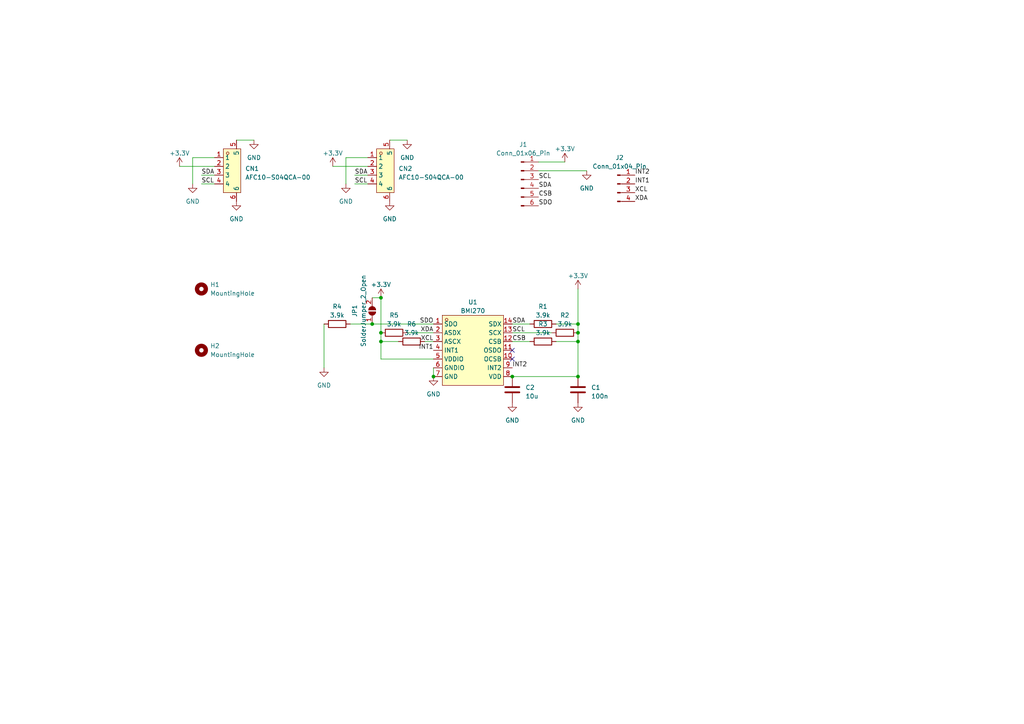
<source format=kicad_sch>
(kicad_sch
	(version 20231120)
	(generator "eeschema")
	(generator_version "8.0")
	(uuid "7186dfe6-e029-45f4-a47a-ef8dd9cf2e87")
	(paper "A4")
	(lib_symbols
		(symbol "BMI270-Breakout:AFC10-S04QCA-00"
			(exclude_from_sim no)
			(in_bom yes)
			(on_board yes)
			(property "Reference" "X"
				(at 0 13.97 0)
				(effects
					(font
						(size 1.27 1.27)
					)
				)
			)
			(property "Value" "AFC10-S04QCA-00"
				(at 0 -13.97 0)
				(effects
					(font
						(size 1.27 1.27)
					)
				)
			)
			(property "Footprint" "BMI270-Breakout:CONN-SMD_AFC10-S04QCA-00"
				(at 0 -16.51 0)
				(effects
					(font
						(size 1.27 1.27)
					)
					(hide yes)
				)
			)
			(property "Datasheet" ""
				(at 0 0 0)
				(effects
					(font
						(size 1.27 1.27)
					)
					(hide yes)
				)
			)
			(property "Description" ""
				(at 0 0 0)
				(effects
					(font
						(size 1.27 1.27)
					)
					(hide yes)
				)
			)
			(property "LCSC Part" "C2764183"
				(at 0 -19.05 0)
				(effects
					(font
						(size 1.27 1.27)
					)
					(hide yes)
				)
			)
			(symbol "AFC10-S04QCA-00_0_1"
				(rectangle
					(start -2.54 6.35)
					(end 2.54 -6.35)
					(stroke
						(width 0)
						(type default)
					)
					(fill
						(type background)
					)
				)
				(circle
					(center -1.27 5.08)
					(radius 0.38)
					(stroke
						(width 0)
						(type default)
					)
					(fill
						(type none)
					)
				)
				(pin unspecified line
					(at -5.08 3.81 0)
					(length 2.54)
					(name "1"
						(effects
							(font
								(size 1.27 1.27)
							)
						)
					)
					(number "1"
						(effects
							(font
								(size 1.27 1.27)
							)
						)
					)
				)
				(pin unspecified line
					(at -5.08 1.27 0)
					(length 2.54)
					(name "2"
						(effects
							(font
								(size 1.27 1.27)
							)
						)
					)
					(number "2"
						(effects
							(font
								(size 1.27 1.27)
							)
						)
					)
				)
				(pin unspecified line
					(at -5.08 -1.27 0)
					(length 2.54)
					(name "3"
						(effects
							(font
								(size 1.27 1.27)
							)
						)
					)
					(number "3"
						(effects
							(font
								(size 1.27 1.27)
							)
						)
					)
				)
				(pin unspecified line
					(at -5.08 -3.81 0)
					(length 2.54)
					(name "4"
						(effects
							(font
								(size 1.27 1.27)
							)
						)
					)
					(number "4"
						(effects
							(font
								(size 1.27 1.27)
							)
						)
					)
				)
				(pin unspecified line
					(at 1.27 8.89 270)
					(length 2.54)
					(name "5"
						(effects
							(font
								(size 1.27 1.27)
							)
						)
					)
					(number "5"
						(effects
							(font
								(size 1.27 1.27)
							)
						)
					)
				)
				(pin unspecified line
					(at 1.27 -8.89 90)
					(length 2.54)
					(name "6"
						(effects
							(font
								(size 1.27 1.27)
							)
						)
					)
					(number "6"
						(effects
							(font
								(size 1.27 1.27)
							)
						)
					)
				)
			)
		)
		(symbol "BMI270-Breakout:BMI270"
			(exclude_from_sim no)
			(in_bom yes)
			(on_board yes)
			(property "Reference" "U"
				(at 0 12.7 0)
				(effects
					(font
						(size 1.27 1.27)
					)
				)
			)
			(property "Value" "BMI270"
				(at 0 -12.7 0)
				(effects
					(font
						(size 1.27 1.27)
					)
				)
			)
			(property "Footprint" "BMI270-Breakout:LGA-14_L3.0-W2.5-P0.50-BR"
				(at 0 -15.24 0)
				(effects
					(font
						(size 1.27 1.27)
					)
					(hide yes)
				)
			)
			(property "Datasheet" ""
				(at 0 0 0)
				(effects
					(font
						(size 1.27 1.27)
					)
					(hide yes)
				)
			)
			(property "Description" ""
				(at 0 0 0)
				(effects
					(font
						(size 1.27 1.27)
					)
					(hide yes)
				)
			)
			(property "LCSC Part" "C2836813"
				(at 0 -17.78 0)
				(effects
					(font
						(size 1.27 1.27)
					)
					(hide yes)
				)
			)
			(symbol "BMI270_0_1"
				(rectangle
					(start -8.89 10.16)
					(end 8.89 -10.16)
					(stroke
						(width 0)
						(type default)
					)
					(fill
						(type background)
					)
				)
				(circle
					(center -7.62 8.89)
					(radius 0.38)
					(stroke
						(width 0)
						(type default)
					)
					(fill
						(type none)
					)
				)
				(pin unspecified line
					(at -11.43 7.62 0)
					(length 2.54)
					(name "SDO"
						(effects
							(font
								(size 1.27 1.27)
							)
						)
					)
					(number "1"
						(effects
							(font
								(size 1.27 1.27)
							)
						)
					)
				)
				(pin unspecified line
					(at 11.43 -2.54 180)
					(length 2.54)
					(name "OCSB"
						(effects
							(font
								(size 1.27 1.27)
							)
						)
					)
					(number "10"
						(effects
							(font
								(size 1.27 1.27)
							)
						)
					)
				)
				(pin unspecified line
					(at 11.43 0 180)
					(length 2.54)
					(name "OSDO"
						(effects
							(font
								(size 1.27 1.27)
							)
						)
					)
					(number "11"
						(effects
							(font
								(size 1.27 1.27)
							)
						)
					)
				)
				(pin unspecified line
					(at 11.43 2.54 180)
					(length 2.54)
					(name "CSB"
						(effects
							(font
								(size 1.27 1.27)
							)
						)
					)
					(number "12"
						(effects
							(font
								(size 1.27 1.27)
							)
						)
					)
				)
				(pin unspecified line
					(at 11.43 5.08 180)
					(length 2.54)
					(name "SCX"
						(effects
							(font
								(size 1.27 1.27)
							)
						)
					)
					(number "13"
						(effects
							(font
								(size 1.27 1.27)
							)
						)
					)
				)
				(pin unspecified line
					(at 11.43 7.62 180)
					(length 2.54)
					(name "SDX"
						(effects
							(font
								(size 1.27 1.27)
							)
						)
					)
					(number "14"
						(effects
							(font
								(size 1.27 1.27)
							)
						)
					)
				)
				(pin unspecified line
					(at -11.43 5.08 0)
					(length 2.54)
					(name "ASDX"
						(effects
							(font
								(size 1.27 1.27)
							)
						)
					)
					(number "2"
						(effects
							(font
								(size 1.27 1.27)
							)
						)
					)
				)
				(pin unspecified line
					(at -11.43 2.54 0)
					(length 2.54)
					(name "ASCX"
						(effects
							(font
								(size 1.27 1.27)
							)
						)
					)
					(number "3"
						(effects
							(font
								(size 1.27 1.27)
							)
						)
					)
				)
				(pin unspecified line
					(at -11.43 0 0)
					(length 2.54)
					(name "INT1"
						(effects
							(font
								(size 1.27 1.27)
							)
						)
					)
					(number "4"
						(effects
							(font
								(size 1.27 1.27)
							)
						)
					)
				)
				(pin unspecified line
					(at -11.43 -2.54 0)
					(length 2.54)
					(name "VDDIO"
						(effects
							(font
								(size 1.27 1.27)
							)
						)
					)
					(number "5"
						(effects
							(font
								(size 1.27 1.27)
							)
						)
					)
				)
				(pin unspecified line
					(at -11.43 -5.08 0)
					(length 2.54)
					(name "GNDIO"
						(effects
							(font
								(size 1.27 1.27)
							)
						)
					)
					(number "6"
						(effects
							(font
								(size 1.27 1.27)
							)
						)
					)
				)
				(pin unspecified line
					(at -11.43 -7.62 0)
					(length 2.54)
					(name "GND"
						(effects
							(font
								(size 1.27 1.27)
							)
						)
					)
					(number "7"
						(effects
							(font
								(size 1.27 1.27)
							)
						)
					)
				)
				(pin unspecified line
					(at 11.43 -7.62 180)
					(length 2.54)
					(name "VDD"
						(effects
							(font
								(size 1.27 1.27)
							)
						)
					)
					(number "8"
						(effects
							(font
								(size 1.27 1.27)
							)
						)
					)
				)
				(pin unspecified line
					(at 11.43 -5.08 180)
					(length 2.54)
					(name "INT2"
						(effects
							(font
								(size 1.27 1.27)
							)
						)
					)
					(number "9"
						(effects
							(font
								(size 1.27 1.27)
							)
						)
					)
				)
			)
		)
		(symbol "Connector:Conn_01x04_Pin"
			(pin_names
				(offset 1.016) hide)
			(exclude_from_sim no)
			(in_bom yes)
			(on_board yes)
			(property "Reference" "J"
				(at 0 5.08 0)
				(effects
					(font
						(size 1.27 1.27)
					)
				)
			)
			(property "Value" "Conn_01x04_Pin"
				(at 0 -7.62 0)
				(effects
					(font
						(size 1.27 1.27)
					)
				)
			)
			(property "Footprint" ""
				(at 0 0 0)
				(effects
					(font
						(size 1.27 1.27)
					)
					(hide yes)
				)
			)
			(property "Datasheet" "~"
				(at 0 0 0)
				(effects
					(font
						(size 1.27 1.27)
					)
					(hide yes)
				)
			)
			(property "Description" "Generic connector, single row, 01x04, script generated"
				(at 0 0 0)
				(effects
					(font
						(size 1.27 1.27)
					)
					(hide yes)
				)
			)
			(property "ki_locked" ""
				(at 0 0 0)
				(effects
					(font
						(size 1.27 1.27)
					)
				)
			)
			(property "ki_keywords" "connector"
				(at 0 0 0)
				(effects
					(font
						(size 1.27 1.27)
					)
					(hide yes)
				)
			)
			(property "ki_fp_filters" "Connector*:*_1x??_*"
				(at 0 0 0)
				(effects
					(font
						(size 1.27 1.27)
					)
					(hide yes)
				)
			)
			(symbol "Conn_01x04_Pin_1_1"
				(polyline
					(pts
						(xy 1.27 -5.08) (xy 0.8636 -5.08)
					)
					(stroke
						(width 0.1524)
						(type default)
					)
					(fill
						(type none)
					)
				)
				(polyline
					(pts
						(xy 1.27 -2.54) (xy 0.8636 -2.54)
					)
					(stroke
						(width 0.1524)
						(type default)
					)
					(fill
						(type none)
					)
				)
				(polyline
					(pts
						(xy 1.27 0) (xy 0.8636 0)
					)
					(stroke
						(width 0.1524)
						(type default)
					)
					(fill
						(type none)
					)
				)
				(polyline
					(pts
						(xy 1.27 2.54) (xy 0.8636 2.54)
					)
					(stroke
						(width 0.1524)
						(type default)
					)
					(fill
						(type none)
					)
				)
				(rectangle
					(start 0.8636 -4.953)
					(end 0 -5.207)
					(stroke
						(width 0.1524)
						(type default)
					)
					(fill
						(type outline)
					)
				)
				(rectangle
					(start 0.8636 -2.413)
					(end 0 -2.667)
					(stroke
						(width 0.1524)
						(type default)
					)
					(fill
						(type outline)
					)
				)
				(rectangle
					(start 0.8636 0.127)
					(end 0 -0.127)
					(stroke
						(width 0.1524)
						(type default)
					)
					(fill
						(type outline)
					)
				)
				(rectangle
					(start 0.8636 2.667)
					(end 0 2.413)
					(stroke
						(width 0.1524)
						(type default)
					)
					(fill
						(type outline)
					)
				)
				(pin passive line
					(at 5.08 2.54 180)
					(length 3.81)
					(name "Pin_1"
						(effects
							(font
								(size 1.27 1.27)
							)
						)
					)
					(number "1"
						(effects
							(font
								(size 1.27 1.27)
							)
						)
					)
				)
				(pin passive line
					(at 5.08 0 180)
					(length 3.81)
					(name "Pin_2"
						(effects
							(font
								(size 1.27 1.27)
							)
						)
					)
					(number "2"
						(effects
							(font
								(size 1.27 1.27)
							)
						)
					)
				)
				(pin passive line
					(at 5.08 -2.54 180)
					(length 3.81)
					(name "Pin_3"
						(effects
							(font
								(size 1.27 1.27)
							)
						)
					)
					(number "3"
						(effects
							(font
								(size 1.27 1.27)
							)
						)
					)
				)
				(pin passive line
					(at 5.08 -5.08 180)
					(length 3.81)
					(name "Pin_4"
						(effects
							(font
								(size 1.27 1.27)
							)
						)
					)
					(number "4"
						(effects
							(font
								(size 1.27 1.27)
							)
						)
					)
				)
			)
		)
		(symbol "Connector:Conn_01x06_Pin"
			(pin_names
				(offset 1.016) hide)
			(exclude_from_sim no)
			(in_bom yes)
			(on_board yes)
			(property "Reference" "J"
				(at 0 7.62 0)
				(effects
					(font
						(size 1.27 1.27)
					)
				)
			)
			(property "Value" "Conn_01x06_Pin"
				(at 0 -10.16 0)
				(effects
					(font
						(size 1.27 1.27)
					)
				)
			)
			(property "Footprint" ""
				(at 0 0 0)
				(effects
					(font
						(size 1.27 1.27)
					)
					(hide yes)
				)
			)
			(property "Datasheet" "~"
				(at 0 0 0)
				(effects
					(font
						(size 1.27 1.27)
					)
					(hide yes)
				)
			)
			(property "Description" "Generic connector, single row, 01x06, script generated"
				(at 0 0 0)
				(effects
					(font
						(size 1.27 1.27)
					)
					(hide yes)
				)
			)
			(property "ki_locked" ""
				(at 0 0 0)
				(effects
					(font
						(size 1.27 1.27)
					)
				)
			)
			(property "ki_keywords" "connector"
				(at 0 0 0)
				(effects
					(font
						(size 1.27 1.27)
					)
					(hide yes)
				)
			)
			(property "ki_fp_filters" "Connector*:*_1x??_*"
				(at 0 0 0)
				(effects
					(font
						(size 1.27 1.27)
					)
					(hide yes)
				)
			)
			(symbol "Conn_01x06_Pin_1_1"
				(polyline
					(pts
						(xy 1.27 -7.62) (xy 0.8636 -7.62)
					)
					(stroke
						(width 0.1524)
						(type default)
					)
					(fill
						(type none)
					)
				)
				(polyline
					(pts
						(xy 1.27 -5.08) (xy 0.8636 -5.08)
					)
					(stroke
						(width 0.1524)
						(type default)
					)
					(fill
						(type none)
					)
				)
				(polyline
					(pts
						(xy 1.27 -2.54) (xy 0.8636 -2.54)
					)
					(stroke
						(width 0.1524)
						(type default)
					)
					(fill
						(type none)
					)
				)
				(polyline
					(pts
						(xy 1.27 0) (xy 0.8636 0)
					)
					(stroke
						(width 0.1524)
						(type default)
					)
					(fill
						(type none)
					)
				)
				(polyline
					(pts
						(xy 1.27 2.54) (xy 0.8636 2.54)
					)
					(stroke
						(width 0.1524)
						(type default)
					)
					(fill
						(type none)
					)
				)
				(polyline
					(pts
						(xy 1.27 5.08) (xy 0.8636 5.08)
					)
					(stroke
						(width 0.1524)
						(type default)
					)
					(fill
						(type none)
					)
				)
				(rectangle
					(start 0.8636 -7.493)
					(end 0 -7.747)
					(stroke
						(width 0.1524)
						(type default)
					)
					(fill
						(type outline)
					)
				)
				(rectangle
					(start 0.8636 -4.953)
					(end 0 -5.207)
					(stroke
						(width 0.1524)
						(type default)
					)
					(fill
						(type outline)
					)
				)
				(rectangle
					(start 0.8636 -2.413)
					(end 0 -2.667)
					(stroke
						(width 0.1524)
						(type default)
					)
					(fill
						(type outline)
					)
				)
				(rectangle
					(start 0.8636 0.127)
					(end 0 -0.127)
					(stroke
						(width 0.1524)
						(type default)
					)
					(fill
						(type outline)
					)
				)
				(rectangle
					(start 0.8636 2.667)
					(end 0 2.413)
					(stroke
						(width 0.1524)
						(type default)
					)
					(fill
						(type outline)
					)
				)
				(rectangle
					(start 0.8636 5.207)
					(end 0 4.953)
					(stroke
						(width 0.1524)
						(type default)
					)
					(fill
						(type outline)
					)
				)
				(pin passive line
					(at 5.08 5.08 180)
					(length 3.81)
					(name "Pin_1"
						(effects
							(font
								(size 1.27 1.27)
							)
						)
					)
					(number "1"
						(effects
							(font
								(size 1.27 1.27)
							)
						)
					)
				)
				(pin passive line
					(at 5.08 2.54 180)
					(length 3.81)
					(name "Pin_2"
						(effects
							(font
								(size 1.27 1.27)
							)
						)
					)
					(number "2"
						(effects
							(font
								(size 1.27 1.27)
							)
						)
					)
				)
				(pin passive line
					(at 5.08 0 180)
					(length 3.81)
					(name "Pin_3"
						(effects
							(font
								(size 1.27 1.27)
							)
						)
					)
					(number "3"
						(effects
							(font
								(size 1.27 1.27)
							)
						)
					)
				)
				(pin passive line
					(at 5.08 -2.54 180)
					(length 3.81)
					(name "Pin_4"
						(effects
							(font
								(size 1.27 1.27)
							)
						)
					)
					(number "4"
						(effects
							(font
								(size 1.27 1.27)
							)
						)
					)
				)
				(pin passive line
					(at 5.08 -5.08 180)
					(length 3.81)
					(name "Pin_5"
						(effects
							(font
								(size 1.27 1.27)
							)
						)
					)
					(number "5"
						(effects
							(font
								(size 1.27 1.27)
							)
						)
					)
				)
				(pin passive line
					(at 5.08 -7.62 180)
					(length 3.81)
					(name "Pin_6"
						(effects
							(font
								(size 1.27 1.27)
							)
						)
					)
					(number "6"
						(effects
							(font
								(size 1.27 1.27)
							)
						)
					)
				)
			)
		)
		(symbol "Device:C"
			(pin_numbers hide)
			(pin_names
				(offset 0.254)
			)
			(exclude_from_sim no)
			(in_bom yes)
			(on_board yes)
			(property "Reference" "C"
				(at 0.635 2.54 0)
				(effects
					(font
						(size 1.27 1.27)
					)
					(justify left)
				)
			)
			(property "Value" "C"
				(at 0.635 -2.54 0)
				(effects
					(font
						(size 1.27 1.27)
					)
					(justify left)
				)
			)
			(property "Footprint" ""
				(at 0.9652 -3.81 0)
				(effects
					(font
						(size 1.27 1.27)
					)
					(hide yes)
				)
			)
			(property "Datasheet" "~"
				(at 0 0 0)
				(effects
					(font
						(size 1.27 1.27)
					)
					(hide yes)
				)
			)
			(property "Description" "Unpolarized capacitor"
				(at 0 0 0)
				(effects
					(font
						(size 1.27 1.27)
					)
					(hide yes)
				)
			)
			(property "ki_keywords" "cap capacitor"
				(at 0 0 0)
				(effects
					(font
						(size 1.27 1.27)
					)
					(hide yes)
				)
			)
			(property "ki_fp_filters" "C_*"
				(at 0 0 0)
				(effects
					(font
						(size 1.27 1.27)
					)
					(hide yes)
				)
			)
			(symbol "C_0_1"
				(polyline
					(pts
						(xy -2.032 -0.762) (xy 2.032 -0.762)
					)
					(stroke
						(width 0.508)
						(type default)
					)
					(fill
						(type none)
					)
				)
				(polyline
					(pts
						(xy -2.032 0.762) (xy 2.032 0.762)
					)
					(stroke
						(width 0.508)
						(type default)
					)
					(fill
						(type none)
					)
				)
			)
			(symbol "C_1_1"
				(pin passive line
					(at 0 3.81 270)
					(length 2.794)
					(name "~"
						(effects
							(font
								(size 1.27 1.27)
							)
						)
					)
					(number "1"
						(effects
							(font
								(size 1.27 1.27)
							)
						)
					)
				)
				(pin passive line
					(at 0 -3.81 90)
					(length 2.794)
					(name "~"
						(effects
							(font
								(size 1.27 1.27)
							)
						)
					)
					(number "2"
						(effects
							(font
								(size 1.27 1.27)
							)
						)
					)
				)
			)
		)
		(symbol "Device:R"
			(pin_numbers hide)
			(pin_names
				(offset 0)
			)
			(exclude_from_sim no)
			(in_bom yes)
			(on_board yes)
			(property "Reference" "R"
				(at 2.032 0 90)
				(effects
					(font
						(size 1.27 1.27)
					)
				)
			)
			(property "Value" "R"
				(at 0 0 90)
				(effects
					(font
						(size 1.27 1.27)
					)
				)
			)
			(property "Footprint" ""
				(at -1.778 0 90)
				(effects
					(font
						(size 1.27 1.27)
					)
					(hide yes)
				)
			)
			(property "Datasheet" "~"
				(at 0 0 0)
				(effects
					(font
						(size 1.27 1.27)
					)
					(hide yes)
				)
			)
			(property "Description" "Resistor"
				(at 0 0 0)
				(effects
					(font
						(size 1.27 1.27)
					)
					(hide yes)
				)
			)
			(property "ki_keywords" "R res resistor"
				(at 0 0 0)
				(effects
					(font
						(size 1.27 1.27)
					)
					(hide yes)
				)
			)
			(property "ki_fp_filters" "R_*"
				(at 0 0 0)
				(effects
					(font
						(size 1.27 1.27)
					)
					(hide yes)
				)
			)
			(symbol "R_0_1"
				(rectangle
					(start -1.016 -2.54)
					(end 1.016 2.54)
					(stroke
						(width 0.254)
						(type default)
					)
					(fill
						(type none)
					)
				)
			)
			(symbol "R_1_1"
				(pin passive line
					(at 0 3.81 270)
					(length 1.27)
					(name "~"
						(effects
							(font
								(size 1.27 1.27)
							)
						)
					)
					(number "1"
						(effects
							(font
								(size 1.27 1.27)
							)
						)
					)
				)
				(pin passive line
					(at 0 -3.81 90)
					(length 1.27)
					(name "~"
						(effects
							(font
								(size 1.27 1.27)
							)
						)
					)
					(number "2"
						(effects
							(font
								(size 1.27 1.27)
							)
						)
					)
				)
			)
		)
		(symbol "Jumper:SolderJumper_2_Open"
			(pin_names
				(offset 0) hide)
			(exclude_from_sim no)
			(in_bom yes)
			(on_board yes)
			(property "Reference" "JP"
				(at 0 2.032 0)
				(effects
					(font
						(size 1.27 1.27)
					)
				)
			)
			(property "Value" "SolderJumper_2_Open"
				(at 0 -2.54 0)
				(effects
					(font
						(size 1.27 1.27)
					)
				)
			)
			(property "Footprint" ""
				(at 0 0 0)
				(effects
					(font
						(size 1.27 1.27)
					)
					(hide yes)
				)
			)
			(property "Datasheet" "~"
				(at 0 0 0)
				(effects
					(font
						(size 1.27 1.27)
					)
					(hide yes)
				)
			)
			(property "Description" "Solder Jumper, 2-pole, open"
				(at 0 0 0)
				(effects
					(font
						(size 1.27 1.27)
					)
					(hide yes)
				)
			)
			(property "ki_keywords" "solder jumper SPST"
				(at 0 0 0)
				(effects
					(font
						(size 1.27 1.27)
					)
					(hide yes)
				)
			)
			(property "ki_fp_filters" "SolderJumper*Open*"
				(at 0 0 0)
				(effects
					(font
						(size 1.27 1.27)
					)
					(hide yes)
				)
			)
			(symbol "SolderJumper_2_Open_0_1"
				(arc
					(start -0.254 1.016)
					(mid -1.2656 0)
					(end -0.254 -1.016)
					(stroke
						(width 0)
						(type default)
					)
					(fill
						(type none)
					)
				)
				(arc
					(start -0.254 1.016)
					(mid -1.2656 0)
					(end -0.254 -1.016)
					(stroke
						(width 0)
						(type default)
					)
					(fill
						(type outline)
					)
				)
				(polyline
					(pts
						(xy -0.254 1.016) (xy -0.254 -1.016)
					)
					(stroke
						(width 0)
						(type default)
					)
					(fill
						(type none)
					)
				)
				(polyline
					(pts
						(xy 0.254 1.016) (xy 0.254 -1.016)
					)
					(stroke
						(width 0)
						(type default)
					)
					(fill
						(type none)
					)
				)
				(arc
					(start 0.254 -1.016)
					(mid 1.2656 0)
					(end 0.254 1.016)
					(stroke
						(width 0)
						(type default)
					)
					(fill
						(type none)
					)
				)
				(arc
					(start 0.254 -1.016)
					(mid 1.2656 0)
					(end 0.254 1.016)
					(stroke
						(width 0)
						(type default)
					)
					(fill
						(type outline)
					)
				)
			)
			(symbol "SolderJumper_2_Open_1_1"
				(pin passive line
					(at -3.81 0 0)
					(length 2.54)
					(name "A"
						(effects
							(font
								(size 1.27 1.27)
							)
						)
					)
					(number "1"
						(effects
							(font
								(size 1.27 1.27)
							)
						)
					)
				)
				(pin passive line
					(at 3.81 0 180)
					(length 2.54)
					(name "B"
						(effects
							(font
								(size 1.27 1.27)
							)
						)
					)
					(number "2"
						(effects
							(font
								(size 1.27 1.27)
							)
						)
					)
				)
			)
		)
		(symbol "Mechanical:MountingHole"
			(pin_names
				(offset 1.016)
			)
			(exclude_from_sim yes)
			(in_bom no)
			(on_board yes)
			(property "Reference" "H"
				(at 0 5.08 0)
				(effects
					(font
						(size 1.27 1.27)
					)
				)
			)
			(property "Value" "MountingHole"
				(at 0 3.175 0)
				(effects
					(font
						(size 1.27 1.27)
					)
				)
			)
			(property "Footprint" ""
				(at 0 0 0)
				(effects
					(font
						(size 1.27 1.27)
					)
					(hide yes)
				)
			)
			(property "Datasheet" "~"
				(at 0 0 0)
				(effects
					(font
						(size 1.27 1.27)
					)
					(hide yes)
				)
			)
			(property "Description" "Mounting Hole without connection"
				(at 0 0 0)
				(effects
					(font
						(size 1.27 1.27)
					)
					(hide yes)
				)
			)
			(property "ki_keywords" "mounting hole"
				(at 0 0 0)
				(effects
					(font
						(size 1.27 1.27)
					)
					(hide yes)
				)
			)
			(property "ki_fp_filters" "MountingHole*"
				(at 0 0 0)
				(effects
					(font
						(size 1.27 1.27)
					)
					(hide yes)
				)
			)
			(symbol "MountingHole_0_1"
				(circle
					(center 0 0)
					(radius 1.27)
					(stroke
						(width 1.27)
						(type default)
					)
					(fill
						(type none)
					)
				)
			)
		)
		(symbol "power:+3.3V"
			(power)
			(pin_names
				(offset 0)
			)
			(exclude_from_sim no)
			(in_bom yes)
			(on_board yes)
			(property "Reference" "#PWR"
				(at 0 -3.81 0)
				(effects
					(font
						(size 1.27 1.27)
					)
					(hide yes)
				)
			)
			(property "Value" "+3.3V"
				(at 0 3.556 0)
				(effects
					(font
						(size 1.27 1.27)
					)
				)
			)
			(property "Footprint" ""
				(at 0 0 0)
				(effects
					(font
						(size 1.27 1.27)
					)
					(hide yes)
				)
			)
			(property "Datasheet" ""
				(at 0 0 0)
				(effects
					(font
						(size 1.27 1.27)
					)
					(hide yes)
				)
			)
			(property "Description" "Power symbol creates a global label with name \"+3.3V\""
				(at 0 0 0)
				(effects
					(font
						(size 1.27 1.27)
					)
					(hide yes)
				)
			)
			(property "ki_keywords" "global power"
				(at 0 0 0)
				(effects
					(font
						(size 1.27 1.27)
					)
					(hide yes)
				)
			)
			(symbol "+3.3V_0_1"
				(polyline
					(pts
						(xy -0.762 1.27) (xy 0 2.54)
					)
					(stroke
						(width 0)
						(type default)
					)
					(fill
						(type none)
					)
				)
				(polyline
					(pts
						(xy 0 0) (xy 0 2.54)
					)
					(stroke
						(width 0)
						(type default)
					)
					(fill
						(type none)
					)
				)
				(polyline
					(pts
						(xy 0 2.54) (xy 0.762 1.27)
					)
					(stroke
						(width 0)
						(type default)
					)
					(fill
						(type none)
					)
				)
			)
			(symbol "+3.3V_1_1"
				(pin power_in line
					(at 0 0 90)
					(length 0) hide
					(name "+3.3V"
						(effects
							(font
								(size 1.27 1.27)
							)
						)
					)
					(number "1"
						(effects
							(font
								(size 1.27 1.27)
							)
						)
					)
				)
			)
		)
		(symbol "power:GND"
			(power)
			(pin_names
				(offset 0)
			)
			(exclude_from_sim no)
			(in_bom yes)
			(on_board yes)
			(property "Reference" "#PWR"
				(at 0 -6.35 0)
				(effects
					(font
						(size 1.27 1.27)
					)
					(hide yes)
				)
			)
			(property "Value" "GND"
				(at 0 -3.81 0)
				(effects
					(font
						(size 1.27 1.27)
					)
				)
			)
			(property "Footprint" ""
				(at 0 0 0)
				(effects
					(font
						(size 1.27 1.27)
					)
					(hide yes)
				)
			)
			(property "Datasheet" ""
				(at 0 0 0)
				(effects
					(font
						(size 1.27 1.27)
					)
					(hide yes)
				)
			)
			(property "Description" "Power symbol creates a global label with name \"GND\" , ground"
				(at 0 0 0)
				(effects
					(font
						(size 1.27 1.27)
					)
					(hide yes)
				)
			)
			(property "ki_keywords" "global power"
				(at 0 0 0)
				(effects
					(font
						(size 1.27 1.27)
					)
					(hide yes)
				)
			)
			(symbol "GND_0_1"
				(polyline
					(pts
						(xy 0 0) (xy 0 -1.27) (xy 1.27 -1.27) (xy 0 -2.54) (xy -1.27 -1.27) (xy 0 -1.27)
					)
					(stroke
						(width 0)
						(type default)
					)
					(fill
						(type none)
					)
				)
			)
			(symbol "GND_1_1"
				(pin power_in line
					(at 0 0 270)
					(length 0) hide
					(name "GND"
						(effects
							(font
								(size 1.27 1.27)
							)
						)
					)
					(number "1"
						(effects
							(font
								(size 1.27 1.27)
							)
						)
					)
				)
			)
		)
	)
	(junction
		(at 167.64 109.22)
		(diameter 0)
		(color 0 0 0 0)
		(uuid "030d36c0-10ca-47d2-9cf6-3406fbb3cbef")
	)
	(junction
		(at 167.64 99.06)
		(diameter 0)
		(color 0 0 0 0)
		(uuid "159cedeb-b4fd-4e4d-aaef-82f4f8ee3dc5")
	)
	(junction
		(at 167.64 96.52)
		(diameter 0)
		(color 0 0 0 0)
		(uuid "2dc43848-2cd8-42d2-93b7-ccd9e4775ed7")
	)
	(junction
		(at 148.59 109.22)
		(diameter 0)
		(color 0 0 0 0)
		(uuid "41e0aedb-2f87-4711-8c0a-bb26cf1d0df6")
	)
	(junction
		(at 110.49 96.52)
		(diameter 0)
		(color 0 0 0 0)
		(uuid "84bf57ec-bfb8-4ab0-acf2-a1ecddc19f86")
	)
	(junction
		(at 167.64 93.98)
		(diameter 0)
		(color 0 0 0 0)
		(uuid "8cdbb755-ac47-4621-a936-c39ed80b5562")
	)
	(junction
		(at 110.49 86.36)
		(diameter 0)
		(color 0 0 0 0)
		(uuid "a515544a-4aa1-43bd-898c-a22704111d1b")
	)
	(junction
		(at 107.95 93.98)
		(diameter 0)
		(color 0 0 0 0)
		(uuid "f61cfe8f-251e-4b9b-98e4-4a7ff63c7320")
	)
	(junction
		(at 125.73 109.22)
		(diameter 0)
		(color 0 0 0 0)
		(uuid "f8db1c4c-c187-4e55-b259-fc24bc23709e")
	)
	(junction
		(at 110.49 99.06)
		(diameter 0)
		(color 0 0 0 0)
		(uuid "fe9db939-aea4-4456-ac17-371bf4bc193c")
	)
	(no_connect
		(at 148.59 101.6)
		(uuid "0fe4a35a-9a78-4051-8406-177820d8b363")
	)
	(no_connect
		(at 148.59 104.14)
		(uuid "e9e9187f-7f7f-4366-b546-4ad640d8a1e8")
	)
	(wire
		(pts
			(xy 110.49 96.52) (xy 110.49 99.06)
		)
		(stroke
			(width 0)
			(type default)
		)
		(uuid "011780ca-7e13-4f23-99bc-fe6e266644b3")
	)
	(wire
		(pts
			(xy 52.07 48.26) (xy 62.23 48.26)
		)
		(stroke
			(width 0)
			(type default)
		)
		(uuid "0de9e5e4-f236-4da1-8428-76fd1dd1c03c")
	)
	(wire
		(pts
			(xy 148.59 99.06) (xy 153.67 99.06)
		)
		(stroke
			(width 0)
			(type default)
		)
		(uuid "0f77dad1-5e64-4510-85a5-328620120b96")
	)
	(wire
		(pts
			(xy 167.64 93.98) (xy 167.64 96.52)
		)
		(stroke
			(width 0)
			(type default)
		)
		(uuid "13d1dbc4-d500-41e4-8f78-84b438553dd0")
	)
	(wire
		(pts
			(xy 110.49 99.06) (xy 110.49 104.14)
		)
		(stroke
			(width 0)
			(type default)
		)
		(uuid "1d6632c6-1563-444f-9cae-fa97c6260996")
	)
	(wire
		(pts
			(xy 161.29 93.98) (xy 167.64 93.98)
		)
		(stroke
			(width 0)
			(type default)
		)
		(uuid "21937334-187a-438d-8313-43ebc73b654f")
	)
	(wire
		(pts
			(xy 110.49 86.36) (xy 110.49 96.52)
		)
		(stroke
			(width 0)
			(type default)
		)
		(uuid "2f3885e5-387b-4b47-be69-b03c3056b326")
	)
	(wire
		(pts
			(xy 55.88 45.72) (xy 62.23 45.72)
		)
		(stroke
			(width 0)
			(type default)
		)
		(uuid "339b8335-c4b0-42c6-8a29-31690a83f1f3")
	)
	(wire
		(pts
			(xy 113.03 40.64) (xy 118.11 40.64)
		)
		(stroke
			(width 0)
			(type default)
		)
		(uuid "45c77ca8-7a75-40b3-a2c5-cc424183f6a8")
	)
	(wire
		(pts
			(xy 110.49 104.14) (xy 125.73 104.14)
		)
		(stroke
			(width 0)
			(type default)
		)
		(uuid "493e30bc-dde5-4d4d-8785-ae54ac2815cf")
	)
	(wire
		(pts
			(xy 96.52 48.26) (xy 106.68 48.26)
		)
		(stroke
			(width 0)
			(type default)
		)
		(uuid "5e2c3006-cf46-417d-baba-ead5093fe588")
	)
	(wire
		(pts
			(xy 107.95 86.36) (xy 110.49 86.36)
		)
		(stroke
			(width 0)
			(type default)
		)
		(uuid "620fd041-655c-4ce7-a538-8805571a585f")
	)
	(wire
		(pts
			(xy 107.95 93.98) (xy 125.73 93.98)
		)
		(stroke
			(width 0)
			(type default)
		)
		(uuid "6724db42-0e26-42c2-9700-8f6772f44633")
	)
	(wire
		(pts
			(xy 101.6 93.98) (xy 107.95 93.98)
		)
		(stroke
			(width 0)
			(type default)
		)
		(uuid "6f4b5c9b-6180-4382-9cfb-22a846d6da3b")
	)
	(wire
		(pts
			(xy 156.21 49.53) (xy 170.18 49.53)
		)
		(stroke
			(width 0)
			(type default)
		)
		(uuid "72181d97-967d-4823-a66d-5a6eee0840f6")
	)
	(wire
		(pts
			(xy 148.59 96.52) (xy 160.02 96.52)
		)
		(stroke
			(width 0)
			(type default)
		)
		(uuid "7281b2b2-a1c1-419c-9453-8f58ec918111")
	)
	(wire
		(pts
			(xy 93.98 93.98) (xy 93.98 106.68)
		)
		(stroke
			(width 0)
			(type default)
		)
		(uuid "83fc9454-cc1c-4a8b-aada-c7c6852c9f6d")
	)
	(wire
		(pts
			(xy 102.87 50.8) (xy 106.68 50.8)
		)
		(stroke
			(width 0)
			(type default)
		)
		(uuid "87c25bdc-08c3-45bb-b5ad-6c7772161db6")
	)
	(wire
		(pts
			(xy 167.64 109.22) (xy 148.59 109.22)
		)
		(stroke
			(width 0)
			(type default)
		)
		(uuid "8b7f8d8b-cae2-40a6-b05f-6d1618fa3bb8")
	)
	(wire
		(pts
			(xy 58.42 53.34) (xy 62.23 53.34)
		)
		(stroke
			(width 0)
			(type default)
		)
		(uuid "8e5dd46e-3f92-4a16-9169-cf31a21b6b37")
	)
	(wire
		(pts
			(xy 102.87 53.34) (xy 106.68 53.34)
		)
		(stroke
			(width 0)
			(type default)
		)
		(uuid "9028e525-2ac4-49c9-ac34-1e7a686398dd")
	)
	(wire
		(pts
			(xy 123.19 99.06) (xy 125.73 99.06)
		)
		(stroke
			(width 0)
			(type default)
		)
		(uuid "9e641a36-7e84-4f99-bcc3-da533de4a5de")
	)
	(wire
		(pts
			(xy 58.42 50.8) (xy 62.23 50.8)
		)
		(stroke
			(width 0)
			(type default)
		)
		(uuid "a14fce1a-cbf4-4ae5-aa1e-05b9d44bc193")
	)
	(wire
		(pts
			(xy 161.29 99.06) (xy 167.64 99.06)
		)
		(stroke
			(width 0)
			(type default)
		)
		(uuid "a1bfa465-f668-4508-b825-616f47e349cc")
	)
	(wire
		(pts
			(xy 156.21 46.99) (xy 163.83 46.99)
		)
		(stroke
			(width 0)
			(type default)
		)
		(uuid "b1723885-b451-45fc-8572-b5d476de63c8")
	)
	(wire
		(pts
			(xy 110.49 99.06) (xy 115.57 99.06)
		)
		(stroke
			(width 0)
			(type default)
		)
		(uuid "b6fdceae-382e-4897-bcce-85188e433f37")
	)
	(wire
		(pts
			(xy 125.73 106.68) (xy 125.73 109.22)
		)
		(stroke
			(width 0)
			(type default)
		)
		(uuid "b8b4236c-4912-4f3e-92a3-1ca4b5fb479c")
	)
	(wire
		(pts
			(xy 100.33 53.34) (xy 100.33 45.72)
		)
		(stroke
			(width 0)
			(type default)
		)
		(uuid "bd3ec899-d5c0-4442-9b18-3654e5d3d555")
	)
	(wire
		(pts
			(xy 100.33 45.72) (xy 106.68 45.72)
		)
		(stroke
			(width 0)
			(type default)
		)
		(uuid "c6dd4a94-96b9-4919-b98e-0b9423ca0595")
	)
	(wire
		(pts
			(xy 167.64 83.82) (xy 167.64 93.98)
		)
		(stroke
			(width 0)
			(type default)
		)
		(uuid "caf1b9ba-2f47-4451-b08b-7b04001073ad")
	)
	(wire
		(pts
			(xy 55.88 53.34) (xy 55.88 45.72)
		)
		(stroke
			(width 0)
			(type default)
		)
		(uuid "da533a6b-6787-48a9-907b-565281795484")
	)
	(wire
		(pts
			(xy 68.58 40.64) (xy 73.66 40.64)
		)
		(stroke
			(width 0)
			(type default)
		)
		(uuid "e4230f39-11d4-45ba-bf88-b683f88517e1")
	)
	(wire
		(pts
			(xy 167.64 96.52) (xy 167.64 99.06)
		)
		(stroke
			(width 0)
			(type default)
		)
		(uuid "ec3535bc-3a04-4932-9e50-5631b1d88087")
	)
	(wire
		(pts
			(xy 118.11 96.52) (xy 125.73 96.52)
		)
		(stroke
			(width 0)
			(type default)
		)
		(uuid "f8d3c94d-b70b-4b76-b227-9d3c32f9321c")
	)
	(wire
		(pts
			(xy 153.67 93.98) (xy 148.59 93.98)
		)
		(stroke
			(width 0)
			(type default)
		)
		(uuid "fd05aa6f-ee61-48da-9218-442def95cd95")
	)
	(wire
		(pts
			(xy 167.64 99.06) (xy 167.64 109.22)
		)
		(stroke
			(width 0)
			(type default)
		)
		(uuid "ff2c1bfb-a31f-4301-a32d-9f8b6b245ab4")
	)
	(label "SCL"
		(at 156.21 52.07 0)
		(fields_autoplaced yes)
		(effects
			(font
				(size 1.27 1.27)
			)
			(justify left bottom)
		)
		(uuid "056a7916-c3dd-48de-a047-d320bf13f098")
	)
	(label "INT1"
		(at 125.73 101.6 180)
		(fields_autoplaced yes)
		(effects
			(font
				(size 1.27 1.27)
			)
			(justify right bottom)
		)
		(uuid "08554b53-4cee-4cb8-9d87-c65a1d922f12")
	)
	(label "XDA"
		(at 184.15 58.42 0)
		(fields_autoplaced yes)
		(effects
			(font
				(size 1.27 1.27)
			)
			(justify left bottom)
		)
		(uuid "08fb8b8a-0aee-449d-b1ec-8e0aee047545")
	)
	(label "SCL"
		(at 58.42 53.34 0)
		(fields_autoplaced yes)
		(effects
			(font
				(size 1.27 1.27)
			)
			(justify left bottom)
		)
		(uuid "19ba5a7f-cf11-46ac-aca3-c9796160f44a")
	)
	(label "SDA"
		(at 156.21 54.61 0)
		(fields_autoplaced yes)
		(effects
			(font
				(size 1.27 1.27)
			)
			(justify left bottom)
		)
		(uuid "2fbb6fa2-e123-4d60-8024-a7c28ed4e2f2")
	)
	(label "SCL"
		(at 102.87 53.34 0)
		(fields_autoplaced yes)
		(effects
			(font
				(size 1.27 1.27)
			)
			(justify left bottom)
		)
		(uuid "31a9e875-c0a7-4349-9169-44d55e327604")
	)
	(label "SDA"
		(at 148.59 93.98 0)
		(fields_autoplaced yes)
		(effects
			(font
				(size 1.27 1.27)
			)
			(justify left bottom)
		)
		(uuid "32d5b606-0067-4653-a2fd-03f178d0d1e8")
	)
	(label "XDA"
		(at 125.73 96.52 180)
		(fields_autoplaced yes)
		(effects
			(font
				(size 1.27 1.27)
			)
			(justify right bottom)
		)
		(uuid "41b28f25-7d82-4a4e-bfcf-c304add939df")
	)
	(label "SDA"
		(at 102.87 50.8 0)
		(fields_autoplaced yes)
		(effects
			(font
				(size 1.27 1.27)
			)
			(justify left bottom)
		)
		(uuid "5f42bff3-12e9-41e2-aeb6-8ff1c471a4f3")
	)
	(label "CSB"
		(at 156.21 57.15 0)
		(fields_autoplaced yes)
		(effects
			(font
				(size 1.27 1.27)
			)
			(justify left bottom)
		)
		(uuid "69110552-7c20-4d6a-8b9c-19fe613bf378")
	)
	(label "INT2"
		(at 148.59 106.68 0)
		(fields_autoplaced yes)
		(effects
			(font
				(size 1.27 1.27)
			)
			(justify left bottom)
		)
		(uuid "72c91f64-14a4-46e9-95e2-ca43cc856a78")
	)
	(label "INT2"
		(at 184.15 50.8 0)
		(fields_autoplaced yes)
		(effects
			(font
				(size 1.27 1.27)
			)
			(justify left bottom)
		)
		(uuid "7cd28ca3-495b-4375-bbbc-a9db5cb52b38")
	)
	(label "CSB"
		(at 148.59 99.06 0)
		(fields_autoplaced yes)
		(effects
			(font
				(size 1.27 1.27)
			)
			(justify left bottom)
		)
		(uuid "89cffa86-b38c-4d02-9b12-d56aa5255ecd")
	)
	(label "SDA"
		(at 58.42 50.8 0)
		(fields_autoplaced yes)
		(effects
			(font
				(size 1.27 1.27)
			)
			(justify left bottom)
		)
		(uuid "98b93d50-49dd-4cf3-801c-cfcf1c0cce24")
	)
	(label "INT1"
		(at 184.15 53.34 0)
		(fields_autoplaced yes)
		(effects
			(font
				(size 1.27 1.27)
			)
			(justify left bottom)
		)
		(uuid "9914e153-2d87-4259-8a77-c9897b503b01")
	)
	(label "SDO"
		(at 156.21 59.69 0)
		(fields_autoplaced yes)
		(effects
			(font
				(size 1.27 1.27)
			)
			(justify left bottom)
		)
		(uuid "a53d0431-057e-48ee-8f95-371b80a78a9a")
	)
	(label "XCL"
		(at 125.73 99.06 180)
		(fields_autoplaced yes)
		(effects
			(font
				(size 1.27 1.27)
			)
			(justify right bottom)
		)
		(uuid "b8a019d5-544f-47a8-87e0-c6ee7a03db8f")
	)
	(label "SDO"
		(at 125.73 93.98 180)
		(fields_autoplaced yes)
		(effects
			(font
				(size 1.27 1.27)
			)
			(justify right bottom)
		)
		(uuid "dde83279-e8c1-4d34-9760-7d52a2baefbc")
	)
	(label "XCL"
		(at 184.15 55.88 0)
		(fields_autoplaced yes)
		(effects
			(font
				(size 1.27 1.27)
			)
			(justify left bottom)
		)
		(uuid "e8bcd485-9283-47db-ba9c-9981e9c5b517")
	)
	(label "SCL"
		(at 148.59 96.52 0)
		(fields_autoplaced yes)
		(effects
			(font
				(size 1.27 1.27)
			)
			(justify left bottom)
		)
		(uuid "fd5766e3-e1ee-4d53-b56b-a56834b4da8e")
	)
	(symbol
		(lib_id "power:GND")
		(at 170.18 49.53 0)
		(unit 1)
		(exclude_from_sim no)
		(in_bom yes)
		(on_board yes)
		(dnp no)
		(fields_autoplaced yes)
		(uuid "18c57fb0-496f-43b5-9576-bb78385807be")
		(property "Reference" "#PWR010"
			(at 170.18 55.88 0)
			(effects
				(font
					(size 1.27 1.27)
				)
				(hide yes)
			)
		)
		(property "Value" "GND"
			(at 170.18 54.61 0)
			(effects
				(font
					(size 1.27 1.27)
				)
			)
		)
		(property "Footprint" ""
			(at 170.18 49.53 0)
			(effects
				(font
					(size 1.27 1.27)
				)
				(hide yes)
			)
		)
		(property "Datasheet" ""
			(at 170.18 49.53 0)
			(effects
				(font
					(size 1.27 1.27)
				)
				(hide yes)
			)
		)
		(property "Description" ""
			(at 170.18 49.53 0)
			(effects
				(font
					(size 1.27 1.27)
				)
				(hide yes)
			)
		)
		(pin "1"
			(uuid "53c225da-78eb-46d0-a6e8-2e9451a3c1c7")
		)
		(instances
			(project "bmi270-breakout"
				(path "/7186dfe6-e029-45f4-a47a-ef8dd9cf2e87"
					(reference "#PWR010")
					(unit 1)
				)
			)
		)
	)
	(symbol
		(lib_id "Jumper:SolderJumper_2_Open")
		(at 107.95 90.17 90)
		(unit 1)
		(exclude_from_sim no)
		(in_bom yes)
		(on_board yes)
		(dnp no)
		(uuid "3db5b448-9aea-4b5f-be40-97010be9cc5a")
		(property "Reference" "JP1"
			(at 102.87 90.17 0)
			(effects
				(font
					(size 1.27 1.27)
				)
			)
		)
		(property "Value" "SolderJumper_2_Open"
			(at 105.41 90.17 0)
			(effects
				(font
					(size 1.27 1.27)
				)
			)
		)
		(property "Footprint" "Jumper:SolderJumper-2_P1.3mm_Open_TrianglePad1.0x1.5mm"
			(at 107.95 90.17 0)
			(effects
				(font
					(size 1.27 1.27)
				)
				(hide yes)
			)
		)
		(property "Datasheet" "~"
			(at 107.95 90.17 0)
			(effects
				(font
					(size 1.27 1.27)
				)
				(hide yes)
			)
		)
		(property "Description" ""
			(at 107.95 90.17 0)
			(effects
				(font
					(size 1.27 1.27)
				)
				(hide yes)
			)
		)
		(pin "1"
			(uuid "14837a94-51d2-4528-bbe2-d6665c35e25d")
		)
		(pin "2"
			(uuid "9f593819-0aa0-4893-89ec-3651f339e900")
		)
		(instances
			(project "bmi270-breakout"
				(path "/7186dfe6-e029-45f4-a47a-ef8dd9cf2e87"
					(reference "JP1")
					(unit 1)
				)
			)
		)
	)
	(symbol
		(lib_id "Device:R")
		(at 157.48 99.06 270)
		(unit 1)
		(exclude_from_sim no)
		(in_bom yes)
		(on_board yes)
		(dnp no)
		(fields_autoplaced yes)
		(uuid "463f79bf-7c3d-4b39-8829-c9f9a8119fdf")
		(property "Reference" "R3"
			(at 157.48 93.98 90)
			(effects
				(font
					(size 1.27 1.27)
				)
			)
		)
		(property "Value" "3.9k"
			(at 157.48 96.52 90)
			(effects
				(font
					(size 1.27 1.27)
				)
			)
		)
		(property "Footprint" "Resistor_SMD:R_0402_1005Metric"
			(at 157.48 97.282 90)
			(effects
				(font
					(size 1.27 1.27)
				)
				(hide yes)
			)
		)
		(property "Datasheet" "~"
			(at 157.48 99.06 0)
			(effects
				(font
					(size 1.27 1.27)
				)
				(hide yes)
			)
		)
		(property "Description" ""
			(at 157.48 99.06 0)
			(effects
				(font
					(size 1.27 1.27)
				)
				(hide yes)
			)
		)
		(pin "1"
			(uuid "d6fc239e-0857-4de5-9b50-21e45af649d1")
		)
		(pin "2"
			(uuid "473c81ba-8e3c-4d85-87ab-80d6ac5e6bda")
		)
		(instances
			(project "bmi270-breakout"
				(path "/7186dfe6-e029-45f4-a47a-ef8dd9cf2e87"
					(reference "R3")
					(unit 1)
				)
			)
		)
	)
	(symbol
		(lib_id "power:GND")
		(at 100.33 53.34 0)
		(unit 1)
		(exclude_from_sim no)
		(in_bom yes)
		(on_board yes)
		(dnp no)
		(fields_autoplaced yes)
		(uuid "47fbb201-9687-42c4-9165-9e5494d1e949")
		(property "Reference" "#PWR07"
			(at 100.33 59.69 0)
			(effects
				(font
					(size 1.27 1.27)
				)
				(hide yes)
			)
		)
		(property "Value" "GND"
			(at 100.33 58.42 0)
			(effects
				(font
					(size 1.27 1.27)
				)
			)
		)
		(property "Footprint" ""
			(at 100.33 53.34 0)
			(effects
				(font
					(size 1.27 1.27)
				)
				(hide yes)
			)
		)
		(property "Datasheet" ""
			(at 100.33 53.34 0)
			(effects
				(font
					(size 1.27 1.27)
				)
				(hide yes)
			)
		)
		(property "Description" ""
			(at 100.33 53.34 0)
			(effects
				(font
					(size 1.27 1.27)
				)
				(hide yes)
			)
		)
		(pin "1"
			(uuid "b182c218-c9e8-4b5a-8a67-80ac1365fe1f")
		)
		(instances
			(project "bmi270-breakout"
				(path "/7186dfe6-e029-45f4-a47a-ef8dd9cf2e87"
					(reference "#PWR07")
					(unit 1)
				)
			)
		)
	)
	(symbol
		(lib_id "power:GND")
		(at 118.11 40.64 0)
		(unit 1)
		(exclude_from_sim no)
		(in_bom yes)
		(on_board yes)
		(dnp no)
		(fields_autoplaced yes)
		(uuid "488cdfc7-6f8e-4411-a270-fcd4eb28e884")
		(property "Reference" "#PWR015"
			(at 118.11 46.99 0)
			(effects
				(font
					(size 1.27 1.27)
				)
				(hide yes)
			)
		)
		(property "Value" "GND"
			(at 118.11 45.72 0)
			(effects
				(font
					(size 1.27 1.27)
				)
			)
		)
		(property "Footprint" ""
			(at 118.11 40.64 0)
			(effects
				(font
					(size 1.27 1.27)
				)
				(hide yes)
			)
		)
		(property "Datasheet" ""
			(at 118.11 40.64 0)
			(effects
				(font
					(size 1.27 1.27)
				)
				(hide yes)
			)
		)
		(property "Description" ""
			(at 118.11 40.64 0)
			(effects
				(font
					(size 1.27 1.27)
				)
				(hide yes)
			)
		)
		(pin "1"
			(uuid "828e25e0-f70f-4bc4-b06d-c062a2ff7c08")
		)
		(instances
			(project "bmi270-breakout"
				(path "/7186dfe6-e029-45f4-a47a-ef8dd9cf2e87"
					(reference "#PWR015")
					(unit 1)
				)
			)
		)
	)
	(symbol
		(lib_id "Device:R")
		(at 163.83 96.52 270)
		(unit 1)
		(exclude_from_sim no)
		(in_bom yes)
		(on_board yes)
		(dnp no)
		(fields_autoplaced yes)
		(uuid "52bc6578-ed67-4daa-a8da-c6124577796b")
		(property "Reference" "R2"
			(at 163.83 91.44 90)
			(effects
				(font
					(size 1.27 1.27)
				)
			)
		)
		(property "Value" "3.9k"
			(at 163.83 93.98 90)
			(effects
				(font
					(size 1.27 1.27)
				)
			)
		)
		(property "Footprint" "Resistor_SMD:R_0402_1005Metric"
			(at 163.83 94.742 90)
			(effects
				(font
					(size 1.27 1.27)
				)
				(hide yes)
			)
		)
		(property "Datasheet" "~"
			(at 163.83 96.52 0)
			(effects
				(font
					(size 1.27 1.27)
				)
				(hide yes)
			)
		)
		(property "Description" ""
			(at 163.83 96.52 0)
			(effects
				(font
					(size 1.27 1.27)
				)
				(hide yes)
			)
		)
		(pin "1"
			(uuid "b2c25b19-8ee1-4c16-bb60-1c2d5aa74c7d")
		)
		(pin "2"
			(uuid "ec589f66-efef-431f-aada-8118692e1946")
		)
		(instances
			(project "bmi270-breakout"
				(path "/7186dfe6-e029-45f4-a47a-ef8dd9cf2e87"
					(reference "R2")
					(unit 1)
				)
			)
		)
	)
	(symbol
		(lib_id "Connector:Conn_01x06_Pin")
		(at 151.13 52.07 0)
		(unit 1)
		(exclude_from_sim no)
		(in_bom yes)
		(on_board yes)
		(dnp no)
		(fields_autoplaced yes)
		(uuid "58ce49f2-aa8f-45a3-9fe6-dfb5005474a8")
		(property "Reference" "J1"
			(at 151.765 41.91 0)
			(effects
				(font
					(size 1.27 1.27)
				)
			)
		)
		(property "Value" "Conn_01x06_Pin"
			(at 151.765 44.45 0)
			(effects
				(font
					(size 1.27 1.27)
				)
			)
		)
		(property "Footprint" "Connector_PinHeader_2.54mm:PinHeader_1x06_P2.54mm_Vertical"
			(at 151.13 52.07 0)
			(effects
				(font
					(size 1.27 1.27)
				)
				(hide yes)
			)
		)
		(property "Datasheet" "~"
			(at 151.13 52.07 0)
			(effects
				(font
					(size 1.27 1.27)
				)
				(hide yes)
			)
		)
		(property "Description" "Generic connector, single row, 01x06, script generated"
			(at 151.13 52.07 0)
			(effects
				(font
					(size 1.27 1.27)
				)
				(hide yes)
			)
		)
		(pin "6"
			(uuid "b23e4eae-6b5a-403d-9590-76d3c4498e5b")
		)
		(pin "1"
			(uuid "ee78262f-c147-46d8-b129-2e7bbabec084")
		)
		(pin "3"
			(uuid "ab93b1c1-60b4-4ea1-9f83-bd4e5653555b")
		)
		(pin "4"
			(uuid "9811b507-59d4-41e2-8360-31cf413282cb")
		)
		(pin "2"
			(uuid "76c584c5-ef2b-4149-8506-86db8a877f46")
		)
		(pin "5"
			(uuid "42249a81-ecb6-40cc-bda9-7c11867b1361")
		)
		(instances
			(project "bmi270-breakout"
				(path "/7186dfe6-e029-45f4-a47a-ef8dd9cf2e87"
					(reference "J1")
					(unit 1)
				)
			)
		)
	)
	(symbol
		(lib_id "power:+3.3V")
		(at 163.83 46.99 0)
		(unit 1)
		(exclude_from_sim no)
		(in_bom yes)
		(on_board yes)
		(dnp no)
		(fields_autoplaced yes)
		(uuid "5fc7ffcf-9fe8-4642-8f37-f095ab94e401")
		(property "Reference" "#PWR011"
			(at 163.83 50.8 0)
			(effects
				(font
					(size 1.27 1.27)
				)
				(hide yes)
			)
		)
		(property "Value" "+3.3V"
			(at 163.83 43.18 0)
			(effects
				(font
					(size 1.27 1.27)
				)
			)
		)
		(property "Footprint" ""
			(at 163.83 46.99 0)
			(effects
				(font
					(size 1.27 1.27)
				)
				(hide yes)
			)
		)
		(property "Datasheet" ""
			(at 163.83 46.99 0)
			(effects
				(font
					(size 1.27 1.27)
				)
				(hide yes)
			)
		)
		(property "Description" ""
			(at 163.83 46.99 0)
			(effects
				(font
					(size 1.27 1.27)
				)
				(hide yes)
			)
		)
		(pin "1"
			(uuid "ea41b814-7b39-4b99-8f26-db81fa80e65a")
		)
		(instances
			(project "bmi270-breakout"
				(path "/7186dfe6-e029-45f4-a47a-ef8dd9cf2e87"
					(reference "#PWR011")
					(unit 1)
				)
			)
		)
	)
	(symbol
		(lib_id "power:GND")
		(at 55.88 53.34 0)
		(unit 1)
		(exclude_from_sim no)
		(in_bom yes)
		(on_board yes)
		(dnp no)
		(fields_autoplaced yes)
		(uuid "653f8340-ef1b-404b-a600-9afa842f0ac1")
		(property "Reference" "#PWR05"
			(at 55.88 59.69 0)
			(effects
				(font
					(size 1.27 1.27)
				)
				(hide yes)
			)
		)
		(property "Value" "GND"
			(at 55.88 58.42 0)
			(effects
				(font
					(size 1.27 1.27)
				)
			)
		)
		(property "Footprint" ""
			(at 55.88 53.34 0)
			(effects
				(font
					(size 1.27 1.27)
				)
				(hide yes)
			)
		)
		(property "Datasheet" ""
			(at 55.88 53.34 0)
			(effects
				(font
					(size 1.27 1.27)
				)
				(hide yes)
			)
		)
		(property "Description" ""
			(at 55.88 53.34 0)
			(effects
				(font
					(size 1.27 1.27)
				)
				(hide yes)
			)
		)
		(pin "1"
			(uuid "f2900c50-0ec1-4865-9cd9-ffeaca880ca5")
		)
		(instances
			(project "bmi270-breakout"
				(path "/7186dfe6-e029-45f4-a47a-ef8dd9cf2e87"
					(reference "#PWR05")
					(unit 1)
				)
			)
		)
	)
	(symbol
		(lib_id "power:GND")
		(at 113.03 58.42 0)
		(unit 1)
		(exclude_from_sim no)
		(in_bom yes)
		(on_board yes)
		(dnp no)
		(fields_autoplaced yes)
		(uuid "65f935c3-75e9-4233-a969-f2ebff90d235")
		(property "Reference" "#PWR016"
			(at 113.03 64.77 0)
			(effects
				(font
					(size 1.27 1.27)
				)
				(hide yes)
			)
		)
		(property "Value" "GND"
			(at 113.03 63.5 0)
			(effects
				(font
					(size 1.27 1.27)
				)
			)
		)
		(property "Footprint" ""
			(at 113.03 58.42 0)
			(effects
				(font
					(size 1.27 1.27)
				)
				(hide yes)
			)
		)
		(property "Datasheet" ""
			(at 113.03 58.42 0)
			(effects
				(font
					(size 1.27 1.27)
				)
				(hide yes)
			)
		)
		(property "Description" ""
			(at 113.03 58.42 0)
			(effects
				(font
					(size 1.27 1.27)
				)
				(hide yes)
			)
		)
		(pin "1"
			(uuid "2fb8a92c-ea45-40e1-b5c8-a28d5065896d")
		)
		(instances
			(project "bmi270-breakout"
				(path "/7186dfe6-e029-45f4-a47a-ef8dd9cf2e87"
					(reference "#PWR016")
					(unit 1)
				)
			)
		)
	)
	(symbol
		(lib_id "power:GND")
		(at 125.73 109.22 0)
		(unit 1)
		(exclude_from_sim no)
		(in_bom yes)
		(on_board yes)
		(dnp no)
		(fields_autoplaced yes)
		(uuid "6798737a-ffb9-4b24-944b-c025927e5975")
		(property "Reference" "#PWR02"
			(at 125.73 115.57 0)
			(effects
				(font
					(size 1.27 1.27)
				)
				(hide yes)
			)
		)
		(property "Value" "GND"
			(at 125.73 114.3 0)
			(effects
				(font
					(size 1.27 1.27)
				)
			)
		)
		(property "Footprint" ""
			(at 125.73 109.22 0)
			(effects
				(font
					(size 1.27 1.27)
				)
				(hide yes)
			)
		)
		(property "Datasheet" ""
			(at 125.73 109.22 0)
			(effects
				(font
					(size 1.27 1.27)
				)
				(hide yes)
			)
		)
		(property "Description" ""
			(at 125.73 109.22 0)
			(effects
				(font
					(size 1.27 1.27)
				)
				(hide yes)
			)
		)
		(pin "1"
			(uuid "63c035f4-b617-484c-93b3-c49269b23393")
		)
		(instances
			(project "bmi270-breakout"
				(path "/7186dfe6-e029-45f4-a47a-ef8dd9cf2e87"
					(reference "#PWR02")
					(unit 1)
				)
			)
		)
	)
	(symbol
		(lib_id "BMI270-Breakout:AFC10-S04QCA-00")
		(at 111.76 49.53 0)
		(unit 1)
		(exclude_from_sim no)
		(in_bom yes)
		(on_board yes)
		(dnp no)
		(fields_autoplaced yes)
		(uuid "6f382320-0bca-4fc9-be24-59a0d8a88a40")
		(property "Reference" "CN2"
			(at 115.57 48.895 0)
			(effects
				(font
					(size 1.27 1.27)
				)
				(justify left)
			)
		)
		(property "Value" "AFC10-S04QCA-00"
			(at 115.57 51.435 0)
			(effects
				(font
					(size 1.27 1.27)
				)
				(justify left)
			)
		)
		(property "Footprint" "BMI270-Breakout:CONN-SMD_AFC10-S04QCA-00"
			(at 111.76 66.04 0)
			(effects
				(font
					(size 1.27 1.27)
				)
				(hide yes)
			)
		)
		(property "Datasheet" ""
			(at 111.76 49.53 0)
			(effects
				(font
					(size 1.27 1.27)
				)
				(hide yes)
			)
		)
		(property "Description" ""
			(at 111.76 49.53 0)
			(effects
				(font
					(size 1.27 1.27)
				)
				(hide yes)
			)
		)
		(property "LCSC Part" "C2764183"
			(at 111.76 68.58 0)
			(effects
				(font
					(size 1.27 1.27)
				)
				(hide yes)
			)
		)
		(pin "1"
			(uuid "f4f4450a-6714-4609-9fed-ddbdfd691369")
		)
		(pin "2"
			(uuid "64f9d383-eafc-4a84-b800-9234ee2ef199")
		)
		(pin "3"
			(uuid "0896a2de-e1da-497f-9f5f-ffb500280df3")
		)
		(pin "4"
			(uuid "40e9d029-8fca-480f-9837-adbf7a8cc5c9")
		)
		(pin "5"
			(uuid "5bf8ba96-e9f3-4a8d-b8f0-1679b1324557")
		)
		(pin "6"
			(uuid "46d66beb-1f67-44d0-a8c2-f11ded0413a9")
		)
		(instances
			(project "bmi270-breakout"
				(path "/7186dfe6-e029-45f4-a47a-ef8dd9cf2e87"
					(reference "CN2")
					(unit 1)
				)
			)
		)
	)
	(symbol
		(lib_id "Device:C")
		(at 148.59 113.03 0)
		(unit 1)
		(exclude_from_sim no)
		(in_bom yes)
		(on_board yes)
		(dnp no)
		(fields_autoplaced yes)
		(uuid "76a8efed-7ba5-4e70-b585-d4279bab8a76")
		(property "Reference" "C2"
			(at 152.4 112.395 0)
			(effects
				(font
					(size 1.27 1.27)
				)
				(justify left)
			)
		)
		(property "Value" "10u"
			(at 152.4 114.935 0)
			(effects
				(font
					(size 1.27 1.27)
				)
				(justify left)
			)
		)
		(property "Footprint" "Capacitor_SMD:C_0603_1608Metric"
			(at 149.5552 116.84 0)
			(effects
				(font
					(size 1.27 1.27)
				)
				(hide yes)
			)
		)
		(property "Datasheet" "~"
			(at 148.59 113.03 0)
			(effects
				(font
					(size 1.27 1.27)
				)
				(hide yes)
			)
		)
		(property "Description" ""
			(at 148.59 113.03 0)
			(effects
				(font
					(size 1.27 1.27)
				)
				(hide yes)
			)
		)
		(pin "1"
			(uuid "56061e97-daa4-440e-959e-ff958720c654")
		)
		(pin "2"
			(uuid "3ce55080-05a2-4611-a440-be6a7d984af9")
		)
		(instances
			(project "bmi270-breakout"
				(path "/7186dfe6-e029-45f4-a47a-ef8dd9cf2e87"
					(reference "C2")
					(unit 1)
				)
			)
		)
	)
	(symbol
		(lib_id "Device:R")
		(at 157.48 93.98 90)
		(unit 1)
		(exclude_from_sim no)
		(in_bom yes)
		(on_board yes)
		(dnp no)
		(fields_autoplaced yes)
		(uuid "7a860589-3592-4167-808e-22c6da4e8d44")
		(property "Reference" "R1"
			(at 157.48 88.9 90)
			(effects
				(font
					(size 1.27 1.27)
				)
			)
		)
		(property "Value" "3.9k"
			(at 157.48 91.44 90)
			(effects
				(font
					(size 1.27 1.27)
				)
			)
		)
		(property "Footprint" "Resistor_SMD:R_0402_1005Metric"
			(at 157.48 95.758 90)
			(effects
				(font
					(size 1.27 1.27)
				)
				(hide yes)
			)
		)
		(property "Datasheet" "~"
			(at 157.48 93.98 0)
			(effects
				(font
					(size 1.27 1.27)
				)
				(hide yes)
			)
		)
		(property "Description" ""
			(at 157.48 93.98 0)
			(effects
				(font
					(size 1.27 1.27)
				)
				(hide yes)
			)
		)
		(pin "1"
			(uuid "7cccc30c-acca-49a9-adb1-93d605cc8050")
		)
		(pin "2"
			(uuid "8952bfec-43ca-41ab-bee5-49f49faa23d2")
		)
		(instances
			(project "bmi270-breakout"
				(path "/7186dfe6-e029-45f4-a47a-ef8dd9cf2e87"
					(reference "R1")
					(unit 1)
				)
			)
		)
	)
	(symbol
		(lib_id "Mechanical:MountingHole")
		(at 58.42 101.6 0)
		(unit 1)
		(exclude_from_sim yes)
		(in_bom no)
		(on_board yes)
		(dnp no)
		(fields_autoplaced yes)
		(uuid "85edc32a-b30c-4e7e-891d-781969d3e612")
		(property "Reference" "H2"
			(at 60.96 100.3299 0)
			(effects
				(font
					(size 1.27 1.27)
				)
				(justify left)
			)
		)
		(property "Value" "MountingHole"
			(at 60.96 102.8699 0)
			(effects
				(font
					(size 1.27 1.27)
				)
				(justify left)
			)
		)
		(property "Footprint" "MountingHole:MountingHole_2.2mm_M2"
			(at 58.42 101.6 0)
			(effects
				(font
					(size 1.27 1.27)
				)
				(hide yes)
			)
		)
		(property "Datasheet" "~"
			(at 58.42 101.6 0)
			(effects
				(font
					(size 1.27 1.27)
				)
				(hide yes)
			)
		)
		(property "Description" "Mounting Hole without connection"
			(at 58.42 101.6 0)
			(effects
				(font
					(size 1.27 1.27)
				)
				(hide yes)
			)
		)
		(instances
			(project "bmi270-breakout"
				(path "/7186dfe6-e029-45f4-a47a-ef8dd9cf2e87"
					(reference "H2")
					(unit 1)
				)
			)
		)
	)
	(symbol
		(lib_id "power:GND")
		(at 73.66 40.64 0)
		(unit 1)
		(exclude_from_sim no)
		(in_bom yes)
		(on_board yes)
		(dnp no)
		(fields_autoplaced yes)
		(uuid "87d17f7d-6c2c-4661-96cd-9e61546b13ac")
		(property "Reference" "#PWR014"
			(at 73.66 46.99 0)
			(effects
				(font
					(size 1.27 1.27)
				)
				(hide yes)
			)
		)
		(property "Value" "GND"
			(at 73.66 45.72 0)
			(effects
				(font
					(size 1.27 1.27)
				)
			)
		)
		(property "Footprint" ""
			(at 73.66 40.64 0)
			(effects
				(font
					(size 1.27 1.27)
				)
				(hide yes)
			)
		)
		(property "Datasheet" ""
			(at 73.66 40.64 0)
			(effects
				(font
					(size 1.27 1.27)
				)
				(hide yes)
			)
		)
		(property "Description" ""
			(at 73.66 40.64 0)
			(effects
				(font
					(size 1.27 1.27)
				)
				(hide yes)
			)
		)
		(pin "1"
			(uuid "6f902eda-30e4-4f5f-bb93-70fd038465d3")
		)
		(instances
			(project "bmi270-breakout"
				(path "/7186dfe6-e029-45f4-a47a-ef8dd9cf2e87"
					(reference "#PWR014")
					(unit 1)
				)
			)
		)
	)
	(symbol
		(lib_id "Mechanical:MountingHole")
		(at 58.42 83.82 0)
		(unit 1)
		(exclude_from_sim yes)
		(in_bom no)
		(on_board yes)
		(dnp no)
		(fields_autoplaced yes)
		(uuid "8e88ebdc-83ad-4ebf-aff9-a69d510fb07d")
		(property "Reference" "H1"
			(at 60.96 82.5499 0)
			(effects
				(font
					(size 1.27 1.27)
				)
				(justify left)
			)
		)
		(property "Value" "MountingHole"
			(at 60.96 85.0899 0)
			(effects
				(font
					(size 1.27 1.27)
				)
				(justify left)
			)
		)
		(property "Footprint" "MountingHole:MountingHole_2.2mm_M2"
			(at 58.42 83.82 0)
			(effects
				(font
					(size 1.27 1.27)
				)
				(hide yes)
			)
		)
		(property "Datasheet" "~"
			(at 58.42 83.82 0)
			(effects
				(font
					(size 1.27 1.27)
				)
				(hide yes)
			)
		)
		(property "Description" "Mounting Hole without connection"
			(at 58.42 83.82 0)
			(effects
				(font
					(size 1.27 1.27)
				)
				(hide yes)
			)
		)
		(instances
			(project "bmi270-breakout"
				(path "/7186dfe6-e029-45f4-a47a-ef8dd9cf2e87"
					(reference "H1")
					(unit 1)
				)
			)
		)
	)
	(symbol
		(lib_id "power:+3.3V")
		(at 167.64 83.82 0)
		(unit 1)
		(exclude_from_sim no)
		(in_bom yes)
		(on_board yes)
		(dnp no)
		(fields_autoplaced yes)
		(uuid "90a008a6-b97b-4ee1-a36e-903850f3ec34")
		(property "Reference" "#PWR01"
			(at 167.64 87.63 0)
			(effects
				(font
					(size 1.27 1.27)
				)
				(hide yes)
			)
		)
		(property "Value" "+3.3V"
			(at 167.64 80.01 0)
			(effects
				(font
					(size 1.27 1.27)
				)
			)
		)
		(property "Footprint" ""
			(at 167.64 83.82 0)
			(effects
				(font
					(size 1.27 1.27)
				)
				(hide yes)
			)
		)
		(property "Datasheet" ""
			(at 167.64 83.82 0)
			(effects
				(font
					(size 1.27 1.27)
				)
				(hide yes)
			)
		)
		(property "Description" ""
			(at 167.64 83.82 0)
			(effects
				(font
					(size 1.27 1.27)
				)
				(hide yes)
			)
		)
		(pin "1"
			(uuid "d4eb3fa2-f111-4c99-8429-c6cba5063a23")
		)
		(instances
			(project "bmi270-breakout"
				(path "/7186dfe6-e029-45f4-a47a-ef8dd9cf2e87"
					(reference "#PWR01")
					(unit 1)
				)
			)
		)
	)
	(symbol
		(lib_id "power:GND")
		(at 93.98 106.68 0)
		(unit 1)
		(exclude_from_sim no)
		(in_bom yes)
		(on_board yes)
		(dnp no)
		(fields_autoplaced yes)
		(uuid "925da9c8-3be6-4edf-9c54-59d291c44144")
		(property "Reference" "#PWR012"
			(at 93.98 113.03 0)
			(effects
				(font
					(size 1.27 1.27)
				)
				(hide yes)
			)
		)
		(property "Value" "GND"
			(at 93.98 111.76 0)
			(effects
				(font
					(size 1.27 1.27)
				)
			)
		)
		(property "Footprint" ""
			(at 93.98 106.68 0)
			(effects
				(font
					(size 1.27 1.27)
				)
				(hide yes)
			)
		)
		(property "Datasheet" ""
			(at 93.98 106.68 0)
			(effects
				(font
					(size 1.27 1.27)
				)
				(hide yes)
			)
		)
		(property "Description" ""
			(at 93.98 106.68 0)
			(effects
				(font
					(size 1.27 1.27)
				)
				(hide yes)
			)
		)
		(pin "1"
			(uuid "d3b232a2-379a-4427-8293-8b83016f152d")
		)
		(instances
			(project "bmi270-breakout"
				(path "/7186dfe6-e029-45f4-a47a-ef8dd9cf2e87"
					(reference "#PWR012")
					(unit 1)
				)
			)
		)
	)
	(symbol
		(lib_id "power:GND")
		(at 68.58 58.42 0)
		(unit 1)
		(exclude_from_sim no)
		(in_bom yes)
		(on_board yes)
		(dnp no)
		(fields_autoplaced yes)
		(uuid "953c6530-53cf-49c9-ad34-f2407d0743e6")
		(property "Reference" "#PWR013"
			(at 68.58 64.77 0)
			(effects
				(font
					(size 1.27 1.27)
				)
				(hide yes)
			)
		)
		(property "Value" "GND"
			(at 68.58 63.5 0)
			(effects
				(font
					(size 1.27 1.27)
				)
			)
		)
		(property "Footprint" ""
			(at 68.58 58.42 0)
			(effects
				(font
					(size 1.27 1.27)
				)
				(hide yes)
			)
		)
		(property "Datasheet" ""
			(at 68.58 58.42 0)
			(effects
				(font
					(size 1.27 1.27)
				)
				(hide yes)
			)
		)
		(property "Description" ""
			(at 68.58 58.42 0)
			(effects
				(font
					(size 1.27 1.27)
				)
				(hide yes)
			)
		)
		(pin "1"
			(uuid "6c8603a0-9abe-4884-ab19-980c169e8eef")
		)
		(instances
			(project "bmi270-breakout"
				(path "/7186dfe6-e029-45f4-a47a-ef8dd9cf2e87"
					(reference "#PWR013")
					(unit 1)
				)
			)
		)
	)
	(symbol
		(lib_id "power:+3.3V")
		(at 110.49 86.36 0)
		(unit 1)
		(exclude_from_sim no)
		(in_bom yes)
		(on_board yes)
		(dnp no)
		(fields_autoplaced yes)
		(uuid "9a743f13-dbf5-47fb-b88e-47f2cb29d3e9")
		(property "Reference" "#PWR03"
			(at 110.49 90.17 0)
			(effects
				(font
					(size 1.27 1.27)
				)
				(hide yes)
			)
		)
		(property "Value" "+3.3V"
			(at 110.49 82.55 0)
			(effects
				(font
					(size 1.27 1.27)
				)
			)
		)
		(property "Footprint" ""
			(at 110.49 86.36 0)
			(effects
				(font
					(size 1.27 1.27)
				)
				(hide yes)
			)
		)
		(property "Datasheet" ""
			(at 110.49 86.36 0)
			(effects
				(font
					(size 1.27 1.27)
				)
				(hide yes)
			)
		)
		(property "Description" ""
			(at 110.49 86.36 0)
			(effects
				(font
					(size 1.27 1.27)
				)
				(hide yes)
			)
		)
		(pin "1"
			(uuid "50b5df44-6909-4f1d-9040-fec3d30c7c57")
		)
		(instances
			(project "bmi270-breakout"
				(path "/7186dfe6-e029-45f4-a47a-ef8dd9cf2e87"
					(reference "#PWR03")
					(unit 1)
				)
			)
		)
	)
	(symbol
		(lib_id "BMI270-Breakout:BMI270")
		(at 137.16 101.6 0)
		(unit 1)
		(exclude_from_sim no)
		(in_bom yes)
		(on_board yes)
		(dnp no)
		(fields_autoplaced yes)
		(uuid "a852270a-bb83-43da-9305-dac8915dfba5")
		(property "Reference" "U1"
			(at 137.16 87.63 0)
			(effects
				(font
					(size 1.27 1.27)
				)
			)
		)
		(property "Value" "BMI270"
			(at 137.16 90.17 0)
			(effects
				(font
					(size 1.27 1.27)
				)
			)
		)
		(property "Footprint" "BMI270-Breakout:LGA-14_L3.0-W2.5-P0.50-BR"
			(at 137.16 116.84 0)
			(effects
				(font
					(size 1.27 1.27)
				)
				(hide yes)
			)
		)
		(property "Datasheet" ""
			(at 137.16 101.6 0)
			(effects
				(font
					(size 1.27 1.27)
				)
				(hide yes)
			)
		)
		(property "Description" ""
			(at 137.16 101.6 0)
			(effects
				(font
					(size 1.27 1.27)
				)
				(hide yes)
			)
		)
		(property "LCSC Part" "C2836813"
			(at 137.16 119.38 0)
			(effects
				(font
					(size 1.27 1.27)
				)
				(hide yes)
			)
		)
		(pin "1"
			(uuid "263c3832-fbc2-4a46-bd12-a6ab8ba06cbd")
		)
		(pin "10"
			(uuid "b14c8205-3963-4b09-b3a3-e2cd1ba372f0")
		)
		(pin "11"
			(uuid "a170ddbc-a86d-4f74-9b83-b7cde308bf95")
		)
		(pin "12"
			(uuid "5c54511c-4ff9-427b-ac00-562e754a0c21")
		)
		(pin "13"
			(uuid "c22a4ac9-9f38-438a-a677-0891294eca3a")
		)
		(pin "14"
			(uuid "218c76cb-3423-4c87-b488-bea64fb142e1")
		)
		(pin "2"
			(uuid "7aebc849-5898-4985-abb5-4ba74294ea33")
		)
		(pin "3"
			(uuid "c72c4703-419d-4eec-bdf0-b09e9e91bce5")
		)
		(pin "4"
			(uuid "018e1996-b0b4-47fc-92e4-adac957e4d4f")
		)
		(pin "5"
			(uuid "028994f8-abc4-4332-b75d-8107be569453")
		)
		(pin "6"
			(uuid "221352a3-d494-427c-8425-58dbb7446d42")
		)
		(pin "7"
			(uuid "2319c133-213d-4a25-9168-464b2d62b69f")
		)
		(pin "8"
			(uuid "9c151a4e-7e71-4b02-9bcb-660d22a8a6e5")
		)
		(pin "9"
			(uuid "3695c417-d275-41be-9d0a-cc52e2f25a80")
		)
		(instances
			(project "bmi270-breakout"
				(path "/7186dfe6-e029-45f4-a47a-ef8dd9cf2e87"
					(reference "U1")
					(unit 1)
				)
			)
		)
	)
	(symbol
		(lib_id "Connector:Conn_01x04_Pin")
		(at 179.07 53.34 0)
		(unit 1)
		(exclude_from_sim no)
		(in_bom yes)
		(on_board yes)
		(dnp no)
		(fields_autoplaced yes)
		(uuid "ab9df685-7dfb-45f5-a04e-a6c98072f53a")
		(property "Reference" "J2"
			(at 179.705 45.72 0)
			(effects
				(font
					(size 1.27 1.27)
				)
			)
		)
		(property "Value" "Conn_01x04_Pin"
			(at 179.705 48.26 0)
			(effects
				(font
					(size 1.27 1.27)
				)
			)
		)
		(property "Footprint" "Connector_PinHeader_2.54mm:PinHeader_1x04_P2.54mm_Vertical"
			(at 179.07 53.34 0)
			(effects
				(font
					(size 1.27 1.27)
				)
				(hide yes)
			)
		)
		(property "Datasheet" "~"
			(at 179.07 53.34 0)
			(effects
				(font
					(size 1.27 1.27)
				)
				(hide yes)
			)
		)
		(property "Description" "Generic connector, single row, 01x04, script generated"
			(at 179.07 53.34 0)
			(effects
				(font
					(size 1.27 1.27)
				)
				(hide yes)
			)
		)
		(pin "1"
			(uuid "d3b62edf-e8ea-4b64-9ac8-abf9e85a56b1")
		)
		(pin "4"
			(uuid "2e3ebd6a-7ced-413e-9ee1-593a88e9dc7c")
		)
		(pin "3"
			(uuid "74e09b53-a3a0-4577-91e5-82d43137d325")
		)
		(pin "2"
			(uuid "7613812b-c71b-43b4-bbd1-76eeff53f93a")
		)
		(instances
			(project "bmi270-breakout"
				(path "/7186dfe6-e029-45f4-a47a-ef8dd9cf2e87"
					(reference "J2")
					(unit 1)
				)
			)
		)
	)
	(symbol
		(lib_id "power:+3.3V")
		(at 96.52 48.26 0)
		(unit 1)
		(exclude_from_sim no)
		(in_bom yes)
		(on_board yes)
		(dnp no)
		(fields_autoplaced yes)
		(uuid "abae5caf-b018-4b69-ab42-da6f824dbfdf")
		(property "Reference" "#PWR06"
			(at 96.52 52.07 0)
			(effects
				(font
					(size 1.27 1.27)
				)
				(hide yes)
			)
		)
		(property "Value" "+3.3V"
			(at 96.52 44.45 0)
			(effects
				(font
					(size 1.27 1.27)
				)
			)
		)
		(property "Footprint" ""
			(at 96.52 48.26 0)
			(effects
				(font
					(size 1.27 1.27)
				)
				(hide yes)
			)
		)
		(property "Datasheet" ""
			(at 96.52 48.26 0)
			(effects
				(font
					(size 1.27 1.27)
				)
				(hide yes)
			)
		)
		(property "Description" ""
			(at 96.52 48.26 0)
			(effects
				(font
					(size 1.27 1.27)
				)
				(hide yes)
			)
		)
		(pin "1"
			(uuid "bb1ab85c-a131-46af-8210-2a12fe0cf7cf")
		)
		(instances
			(project "bmi270-breakout"
				(path "/7186dfe6-e029-45f4-a47a-ef8dd9cf2e87"
					(reference "#PWR06")
					(unit 1)
				)
			)
		)
	)
	(symbol
		(lib_id "power:GND")
		(at 167.64 116.84 0)
		(unit 1)
		(exclude_from_sim no)
		(in_bom yes)
		(on_board yes)
		(dnp no)
		(fields_autoplaced yes)
		(uuid "adf96683-f54a-4d42-8a67-2daf823f9ab0")
		(property "Reference" "#PWR09"
			(at 167.64 123.19 0)
			(effects
				(font
					(size 1.27 1.27)
				)
				(hide yes)
			)
		)
		(property "Value" "GND"
			(at 167.64 121.92 0)
			(effects
				(font
					(size 1.27 1.27)
				)
			)
		)
		(property "Footprint" ""
			(at 167.64 116.84 0)
			(effects
				(font
					(size 1.27 1.27)
				)
				(hide yes)
			)
		)
		(property "Datasheet" ""
			(at 167.64 116.84 0)
			(effects
				(font
					(size 1.27 1.27)
				)
				(hide yes)
			)
		)
		(property "Description" ""
			(at 167.64 116.84 0)
			(effects
				(font
					(size 1.27 1.27)
				)
				(hide yes)
			)
		)
		(pin "1"
			(uuid "60c5687f-0225-4767-b775-1c455c65de97")
		)
		(instances
			(project "bmi270-breakout"
				(path "/7186dfe6-e029-45f4-a47a-ef8dd9cf2e87"
					(reference "#PWR09")
					(unit 1)
				)
			)
		)
	)
	(symbol
		(lib_id "Device:R")
		(at 97.79 93.98 90)
		(unit 1)
		(exclude_from_sim no)
		(in_bom yes)
		(on_board yes)
		(dnp no)
		(fields_autoplaced yes)
		(uuid "af7a657f-d5e5-4dde-a93d-902ec4d906fd")
		(property "Reference" "R4"
			(at 97.79 88.9 90)
			(effects
				(font
					(size 1.27 1.27)
				)
			)
		)
		(property "Value" "3.9k"
			(at 97.79 91.44 90)
			(effects
				(font
					(size 1.27 1.27)
				)
			)
		)
		(property "Footprint" "Resistor_SMD:R_0402_1005Metric"
			(at 97.79 95.758 90)
			(effects
				(font
					(size 1.27 1.27)
				)
				(hide yes)
			)
		)
		(property "Datasheet" "~"
			(at 97.79 93.98 0)
			(effects
				(font
					(size 1.27 1.27)
				)
				(hide yes)
			)
		)
		(property "Description" ""
			(at 97.79 93.98 0)
			(effects
				(font
					(size 1.27 1.27)
				)
				(hide yes)
			)
		)
		(pin "1"
			(uuid "9ddffb67-9449-4f26-844b-e07dd6733c1f")
		)
		(pin "2"
			(uuid "b8c1ab5e-91df-433f-925f-383ace0c9f20")
		)
		(instances
			(project "bmi270-breakout"
				(path "/7186dfe6-e029-45f4-a47a-ef8dd9cf2e87"
					(reference "R4")
					(unit 1)
				)
			)
		)
	)
	(symbol
		(lib_id "Device:R")
		(at 114.3 96.52 90)
		(unit 1)
		(exclude_from_sim no)
		(in_bom yes)
		(on_board yes)
		(dnp no)
		(fields_autoplaced yes)
		(uuid "b58971a1-6ddd-4e7d-8f12-12820eae082d")
		(property "Reference" "R5"
			(at 114.3 91.44 90)
			(effects
				(font
					(size 1.27 1.27)
				)
			)
		)
		(property "Value" "3.9k"
			(at 114.3 93.98 90)
			(effects
				(font
					(size 1.27 1.27)
				)
			)
		)
		(property "Footprint" "Resistor_SMD:R_0402_1005Metric"
			(at 114.3 98.298 90)
			(effects
				(font
					(size 1.27 1.27)
				)
				(hide yes)
			)
		)
		(property "Datasheet" "~"
			(at 114.3 96.52 0)
			(effects
				(font
					(size 1.27 1.27)
				)
				(hide yes)
			)
		)
		(property "Description" ""
			(at 114.3 96.52 0)
			(effects
				(font
					(size 1.27 1.27)
				)
				(hide yes)
			)
		)
		(pin "1"
			(uuid "7bdf988b-4840-4482-b89e-3015bb786d01")
		)
		(pin "2"
			(uuid "4aaa46f0-4928-4d6c-a1f9-cbff1737d67f")
		)
		(instances
			(project "bmi270-breakout"
				(path "/7186dfe6-e029-45f4-a47a-ef8dd9cf2e87"
					(reference "R5")
					(unit 1)
				)
			)
		)
	)
	(symbol
		(lib_id "power:+3.3V")
		(at 52.07 48.26 0)
		(unit 1)
		(exclude_from_sim no)
		(in_bom yes)
		(on_board yes)
		(dnp no)
		(fields_autoplaced yes)
		(uuid "d5365aa8-e183-40c6-8479-84902e4d345b")
		(property "Reference" "#PWR04"
			(at 52.07 52.07 0)
			(effects
				(font
					(size 1.27 1.27)
				)
				(hide yes)
			)
		)
		(property "Value" "+3.3V"
			(at 52.07 44.45 0)
			(effects
				(font
					(size 1.27 1.27)
				)
			)
		)
		(property "Footprint" ""
			(at 52.07 48.26 0)
			(effects
				(font
					(size 1.27 1.27)
				)
				(hide yes)
			)
		)
		(property "Datasheet" ""
			(at 52.07 48.26 0)
			(effects
				(font
					(size 1.27 1.27)
				)
				(hide yes)
			)
		)
		(property "Description" ""
			(at 52.07 48.26 0)
			(effects
				(font
					(size 1.27 1.27)
				)
				(hide yes)
			)
		)
		(pin "1"
			(uuid "5a052e91-2cfc-46fc-8f16-dde1d4779b67")
		)
		(instances
			(project "bmi270-breakout"
				(path "/7186dfe6-e029-45f4-a47a-ef8dd9cf2e87"
					(reference "#PWR04")
					(unit 1)
				)
			)
		)
	)
	(symbol
		(lib_id "Device:C")
		(at 167.64 113.03 0)
		(unit 1)
		(exclude_from_sim no)
		(in_bom yes)
		(on_board yes)
		(dnp no)
		(fields_autoplaced yes)
		(uuid "e5e1f2bd-aaa0-4b92-ad62-6cfc9de16429")
		(property "Reference" "C1"
			(at 171.45 112.395 0)
			(effects
				(font
					(size 1.27 1.27)
				)
				(justify left)
			)
		)
		(property "Value" "100n"
			(at 171.45 114.935 0)
			(effects
				(font
					(size 1.27 1.27)
				)
				(justify left)
			)
		)
		(property "Footprint" "Capacitor_SMD:C_0402_1005Metric"
			(at 168.6052 116.84 0)
			(effects
				(font
					(size 1.27 1.27)
				)
				(hide yes)
			)
		)
		(property "Datasheet" "~"
			(at 167.64 113.03 0)
			(effects
				(font
					(size 1.27 1.27)
				)
				(hide yes)
			)
		)
		(property "Description" ""
			(at 167.64 113.03 0)
			(effects
				(font
					(size 1.27 1.27)
				)
				(hide yes)
			)
		)
		(pin "1"
			(uuid "6d3c237b-bbef-4759-9211-bc5789b3d735")
		)
		(pin "2"
			(uuid "25edd9c5-3370-461e-ab48-b65a8c5b9927")
		)
		(instances
			(project "bmi270-breakout"
				(path "/7186dfe6-e029-45f4-a47a-ef8dd9cf2e87"
					(reference "C1")
					(unit 1)
				)
			)
		)
	)
	(symbol
		(lib_id "BMI270-Breakout:AFC10-S04QCA-00")
		(at 67.31 49.53 0)
		(unit 1)
		(exclude_from_sim no)
		(in_bom yes)
		(on_board yes)
		(dnp no)
		(fields_autoplaced yes)
		(uuid "f7d96d26-4cb4-45df-9455-2a440c074adc")
		(property "Reference" "CN1"
			(at 71.12 48.895 0)
			(effects
				(font
					(size 1.27 1.27)
				)
				(justify left)
			)
		)
		(property "Value" "AFC10-S04QCA-00"
			(at 71.12 51.435 0)
			(effects
				(font
					(size 1.27 1.27)
				)
				(justify left)
			)
		)
		(property "Footprint" "BMI270-Breakout:CONN-SMD_AFC10-S04QCA-00"
			(at 67.31 66.04 0)
			(effects
				(font
					(size 1.27 1.27)
				)
				(hide yes)
			)
		)
		(property "Datasheet" ""
			(at 67.31 49.53 0)
			(effects
				(font
					(size 1.27 1.27)
				)
				(hide yes)
			)
		)
		(property "Description" ""
			(at 67.31 49.53 0)
			(effects
				(font
					(size 1.27 1.27)
				)
				(hide yes)
			)
		)
		(property "LCSC Part" "C2764183"
			(at 67.31 68.58 0)
			(effects
				(font
					(size 1.27 1.27)
				)
				(hide yes)
			)
		)
		(pin "1"
			(uuid "209b717b-2b35-4d77-8235-ab5c5c3a0483")
		)
		(pin "2"
			(uuid "dd27aa7d-56d5-4d28-9cf6-23be3a20060e")
		)
		(pin "3"
			(uuid "867469af-dd10-484e-a1f7-f4ef13d5c2e9")
		)
		(pin "4"
			(uuid "4e6cc0ad-dfb3-4033-852e-956defcebff0")
		)
		(pin "5"
			(uuid "38717c35-e64a-4bdc-94b6-75db470cd8dc")
		)
		(pin "6"
			(uuid "179ae869-be0f-4370-be0f-5edec04fafdf")
		)
		(instances
			(project "bmi270-breakout"
				(path "/7186dfe6-e029-45f4-a47a-ef8dd9cf2e87"
					(reference "CN1")
					(unit 1)
				)
			)
		)
	)
	(symbol
		(lib_id "Device:R")
		(at 119.38 99.06 90)
		(unit 1)
		(exclude_from_sim no)
		(in_bom yes)
		(on_board yes)
		(dnp no)
		(fields_autoplaced yes)
		(uuid "f82d4745-26ea-4fdf-84ce-cbeaadee3c5b")
		(property "Reference" "R6"
			(at 119.38 93.98 90)
			(effects
				(font
					(size 1.27 1.27)
				)
			)
		)
		(property "Value" "3.9k"
			(at 119.38 96.52 90)
			(effects
				(font
					(size 1.27 1.27)
				)
			)
		)
		(property "Footprint" "Resistor_SMD:R_0402_1005Metric"
			(at 119.38 100.838 90)
			(effects
				(font
					(size 1.27 1.27)
				)
				(hide yes)
			)
		)
		(property "Datasheet" "~"
			(at 119.38 99.06 0)
			(effects
				(font
					(size 1.27 1.27)
				)
				(hide yes)
			)
		)
		(property "Description" ""
			(at 119.38 99.06 0)
			(effects
				(font
					(size 1.27 1.27)
				)
				(hide yes)
			)
		)
		(pin "1"
			(uuid "11b0a5ec-636e-4890-8ecd-b5058cafc9fb")
		)
		(pin "2"
			(uuid "6dcb4be5-c74c-4c55-b3f9-a8483e672636")
		)
		(instances
			(project "bmi270-breakout"
				(path "/7186dfe6-e029-45f4-a47a-ef8dd9cf2e87"
					(reference "R6")
					(unit 1)
				)
			)
		)
	)
	(symbol
		(lib_id "power:GND")
		(at 148.59 116.84 0)
		(unit 1)
		(exclude_from_sim no)
		(in_bom yes)
		(on_board yes)
		(dnp no)
		(fields_autoplaced yes)
		(uuid "fbb1b231-e0e4-432e-a156-a7237616d152")
		(property "Reference" "#PWR08"
			(at 148.59 123.19 0)
			(effects
				(font
					(size 1.27 1.27)
				)
				(hide yes)
			)
		)
		(property "Value" "GND"
			(at 148.59 121.92 0)
			(effects
				(font
					(size 1.27 1.27)
				)
			)
		)
		(property "Footprint" ""
			(at 148.59 116.84 0)
			(effects
				(font
					(size 1.27 1.27)
				)
				(hide yes)
			)
		)
		(property "Datasheet" ""
			(at 148.59 116.84 0)
			(effects
				(font
					(size 1.27 1.27)
				)
				(hide yes)
			)
		)
		(property "Description" ""
			(at 148.59 116.84 0)
			(effects
				(font
					(size 1.27 1.27)
				)
				(hide yes)
			)
		)
		(pin "1"
			(uuid "bdb00be4-f75a-4065-a22d-757cd64f2ea9")
		)
		(instances
			(project "bmi270-breakout"
				(path "/7186dfe6-e029-45f4-a47a-ef8dd9cf2e87"
					(reference "#PWR08")
					(unit 1)
				)
			)
		)
	)
	(sheet_instances
		(path "/"
			(page "1")
		)
	)
)
</source>
